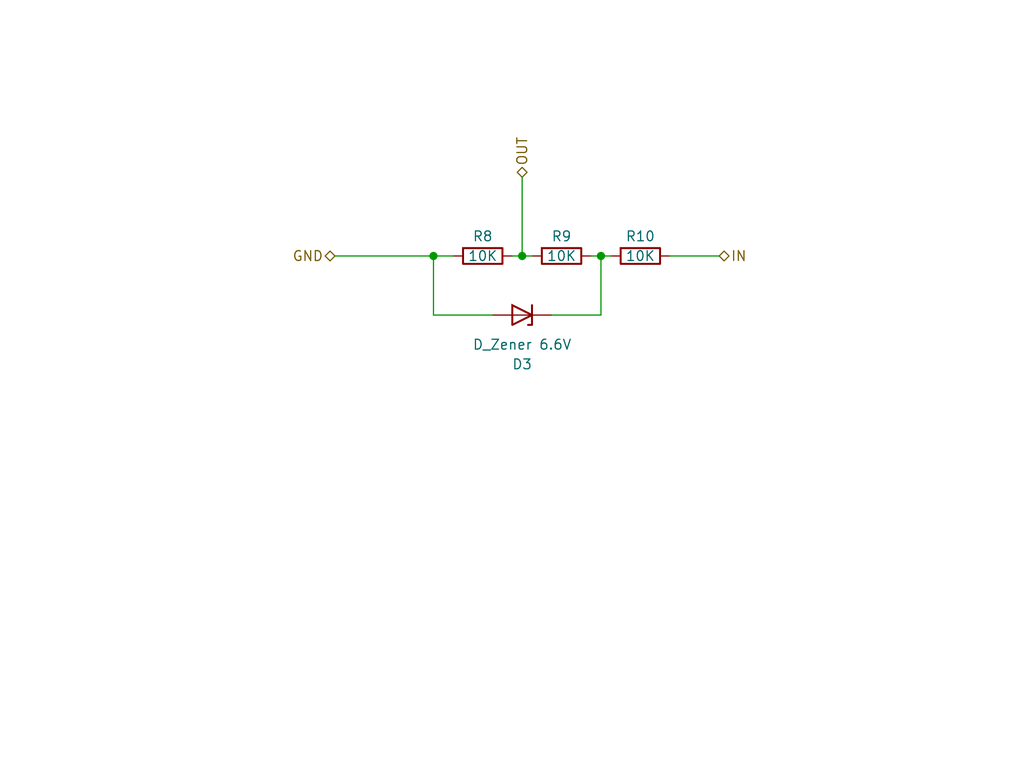
<source format=kicad_sch>
(kicad_sch (version 20230121) (generator eeschema)
  (paper "User" 132.004 99.9998)
  (lib_symbols
    (symbol "Modular Shield:D_Zener" (pin_numbers hide) (pin_names (offset 1.016) hide)
      (property "Reference" "D" (at 0 2.54 0))
      (property "Value" "D_Zener" (at 0 -2.54 0))
      (symbol "D_Zener_0_1"
        (polyline (pts (xy 1.27 0) (xy -1.27 0)))
        (polyline (pts (xy -1.27 -1.27) (xy -1.27 1.27) (xy -0.762 1.27)) (stroke (width 0.254)))
        (polyline (pts (xy 1.27 -1.27) (xy 1.27 1.27) (xy -1.27 0) (xy 1.27 -1.27)) (stroke (width 0.254)))
      )
      (symbol "D_Zener_1_1"
        (pin passive line (at -3.81 0 0) (length 2.54) (name "K") (number "1"))
        (pin passive line (at 3.81 0 180) (length 2.54) (name "A") (number "2"))
      )
    )
    (symbol "Modular Shield:R" (pin_numbers hide) (pin_names (offset 0))
      (property "Reference" "R" (at 2.032 0 90))
      (property "Value" "R" (at 0 0 90))
      (symbol "R_0_1"
        (rectangle (start -1.016 -2.54) (end 1.016 2.54) (stroke (width 0.254)))
      )
      (symbol "R_1_1"
        (pin passive line (at 0 3.81 270) (length 1.27) (name "~") (number "1"))
        (pin passive line (at 0 -3.81 90) (length 1.27) (name "~") (number "2"))
      )
    )
  )
  (junction (at 55.88 33.02))
  (junction (at 77.47 33.02))
  (junction (at 67.31 33.02))
  (wire (pts (xy 66.04 33.02) (xy 67.31 33.02)))
  (wire (pts (xy 55.88 33.02) (xy 58.42 33.02)))
  (wire (pts (xy 77.47 40.64) (xy 77.47 33.02)))
  (wire (pts (xy 77.47 33.02) (xy 76.2 33.02)))
  (wire (pts (xy 55.88 40.64) (xy 55.88 33.02)))
  (wire (pts (xy 67.31 33.02) (xy 68.58 33.02)))
  (wire (pts (xy 78.74 33.02) (xy 77.47 33.02)))
  (wire (pts (xy 43.18 33.02) (xy 55.88 33.02)))
  (wire (pts (xy 63.5 40.64) (xy 55.88 40.64)))
  (wire (pts (xy 67.31 22.86) (xy 67.31 33.02)))
  (wire (pts (xy 71.12 40.64) (xy 77.47 40.64)))
  (wire (pts (xy 86.36 33.02) (xy 92.71 33.02)))
  (hierarchical_label "OUT" (shape bidirectional) (at 67.31 22.86 90))
  (hierarchical_label "IN" (shape bidirectional) (at 92.71 33.02 0))
  (hierarchical_label "GND" (shape bidirectional) (at 43.18 33.02 180))
  (symbol (lib_id "Modular Shield:R") (at 72.39 33.02 270) (unit 1)
    (property "Reference" "R9" (at 72.39 30.48 90))
    (property "Value" "10K" (at 72.39 33.02 90))
    (property "Footprint" "Modular Shield:R_0603_1608Metric" (effects hide))
    (property "LCSC" "C25804" (effects hide))
    (instances (project "Modular_Shield" (path "" (reference "R9") (unit 1)) (path "" (reference "R15") (unit 1)) (path "" (reference "R21") (unit 1)) (path "" (reference "R27") (unit 1)) (path "" (reference "R33") (unit 1)) (path "" (reference "R39") (unit 1)) (path "" (reference "R45") (unit 1)) (path "" (reference "R2") (unit 1)) (path "" (reference "R6") (unit 1)) (path "" (reference "R18") (unit 1)) (path "" (reference "R30") (unit 1)) (path "" (reference "R42") (unit 1)) (path "" (reference "R12") (unit 1)) (path "" (reference "R36") (unit 1)) (path "" (reference "R24") (unit 1)) (path "" (reference "R48") (unit 1))))
  )
  (symbol (lib_id "Modular Shield:R") (at 82.55 33.02 270) (unit 1)
    (property "Reference" "R10" (at 82.55 30.48 90))
    (property "Value" "10K" (at 82.55 33.02 90))
    (property "Footprint" "Modular Shield:R_0603_1608Metric" (effects hide))
    (property "LCSC" "C25804" (effects hide))
    (instances (project "Modular_Shield" (path "" (reference "R10") (unit 1)) (path "" (reference "R16") (unit 1)) (path "" (reference "R22") (unit 1)) (path "" (reference "R28") (unit 1)) (path "" (reference "R34") (unit 1)) (path "" (reference "R40") (unit 1)) (path "" (reference "R46") (unit 1)) (path "" (reference "R3") (unit 1)) (path "" (reference "R7") (unit 1)) (path "" (reference "R19") (unit 1)) (path "" (reference "R31") (unit 1)) (path "" (reference "R43") (unit 1)) (path "" (reference "R13") (unit 1)) (path "" (reference "R37") (unit 1)) (path "" (reference "R25") (unit 1)) (path "" (reference "R49") (unit 1))))
  )
  (symbol (lib_id "Modular Shield:R") (at 62.23 33.02 270) (unit 1)
    (property "Reference" "R8" (at 62.23 30.48 90))
    (property "Value" "10K" (at 62.23 33.02 90))
    (property "Footprint" "Modular Shield:R_0603_1608Metric" (effects hide))
    (property "LCSC" "C25804" (effects hide))
    (instances (project "Modular_Shield" (path "" (reference "R8") (unit 1)) (path "" (reference "R14") (unit 1)) (path "" (reference "R20") (unit 1)) (path "" (reference "R26") (unit 1)) (path "" (reference "R32") (unit 1)) (path "" (reference "R38") (unit 1)) (path "" (reference "R44") (unit 1)) (path "" (reference "R1") (unit 1)) (path "" (reference "R5") (unit 1)) (path "" (reference "R17") (unit 1)) (path "" (reference "R29") (unit 1)) (path "" (reference "R41") (unit 1)) (path "" (reference "R11") (unit 1)) (path "" (reference "R35") (unit 1)) (path "" (reference "R23") (unit 1)) (path "" (reference "R47") (unit 1))))
  )
  (symbol (lib_id "Modular Shield:D_Zener") (at 67.31 40.64 180) (unit 1)
    (property "Reference" "D3" (at 67.31 46.99 0))
    (property "Value" "D_Zener 6.6V" (at 67.31 44.45 0))
    (property "Footprint" "Modular Shield:D_0603_1608Metric" (effects hide))
    (property "LCSC" "C894569" (effects hide))
    (instances (project "Modular_Shield" (path "" (reference "D3") (unit 1)) (path "" (reference "D5") (unit 1)) (path "" (reference "D7") (unit 1)) (path "" (reference "D9") (unit 1)) (path "" (reference "D11") (unit 1)) (path "" (reference "D13") (unit 1)) (path "" (reference "D15") (unit 1)) (path "" (reference "D1") (unit 1)) (path "" (reference "D2") (unit 1)) (path "" (reference "D6") (unit 1)) (path "" (reference "D10") (unit 1)) (path "" (reference "D14") (unit 1)) (path "" (reference "D4") (unit 1)) (path "" (reference "D12") (unit 1)) (path "" (reference "D8") (unit 1)) (path "" (reference "D16") (unit 1))))
  )
)
</source>
